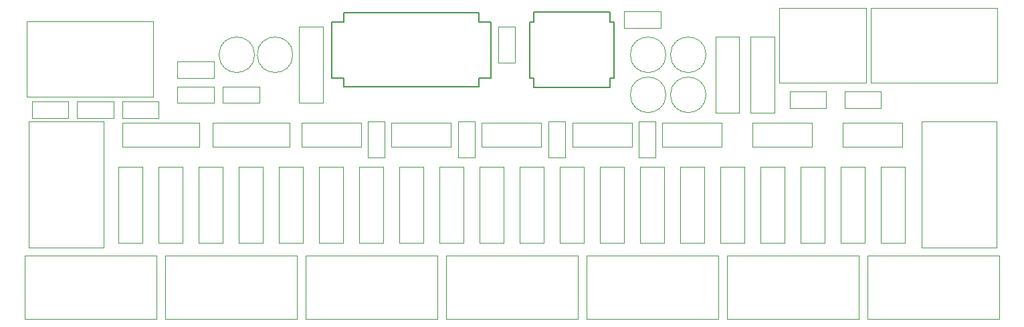
<source format=gbr>
G04 #@! TF.GenerationSoftware,KiCad,Pcbnew,(5.1.2)-2*
G04 #@! TF.CreationDate,2019-10-23T19:57:54-03:00*
G04 #@! TF.ProjectId,Mix_pre_tonal,4d69785f-7072-4655-9f74-6f6e616c2e6b,rev?*
G04 #@! TF.SameCoordinates,Original*
G04 #@! TF.FileFunction,Other,User*
%FSLAX46Y46*%
G04 Gerber Fmt 4.6, Leading zero omitted, Abs format (unit mm)*
G04 Created by KiCad (PCBNEW (5.1.2)-2) date 2019-10-23 19:57:54*
%MOMM*%
%LPD*%
G04 APERTURE LIST*
%ADD10C,0.050000*%
%ADD11C,0.152400*%
G04 APERTURE END LIST*
D10*
X122380000Y-121920000D02*
G75*
G03X122380000Y-121920000I-2250000J0D01*
G01*
X122380000Y-116840000D02*
G75*
G03X122380000Y-116840000I-2250000J0D01*
G01*
X127460000Y-121920000D02*
G75*
G03X127460000Y-121920000I-2250000J0D01*
G01*
X75160000Y-116840000D02*
G75*
G03X75160000Y-116840000I-2250000J0D01*
G01*
X70310000Y-116840000D02*
G75*
G03X70310000Y-116840000I-2250000J0D01*
G01*
X127460000Y-116840000D02*
G75*
G03X127460000Y-116840000I-2250000J0D01*
G01*
X164592000Y-150368000D02*
X164592000Y-142340000D01*
X147890000Y-150368000D02*
X147880000Y-142340000D01*
X147890000Y-150368000D02*
X164592000Y-150368000D01*
X164592000Y-142340000D02*
X147880000Y-142340000D01*
X146812000Y-150368000D02*
X146812000Y-142340000D01*
X130110000Y-150368000D02*
X130100000Y-142340000D01*
X130110000Y-150368000D02*
X146812000Y-150368000D01*
X146812000Y-142340000D02*
X130100000Y-142340000D01*
X129032000Y-150368000D02*
X129032000Y-142340000D01*
X112330000Y-150368000D02*
X112320000Y-142340000D01*
X112330000Y-150368000D02*
X129032000Y-150368000D01*
X129032000Y-142340000D02*
X112320000Y-142340000D01*
X93472000Y-150368000D02*
X93472000Y-142340000D01*
X76770000Y-150368000D02*
X76760000Y-142340000D01*
X76770000Y-150368000D02*
X93472000Y-150368000D01*
X93472000Y-142340000D02*
X76760000Y-142340000D01*
X75692000Y-150368000D02*
X75692000Y-142340000D01*
X58990000Y-150368000D02*
X58980000Y-142340000D01*
X58990000Y-150368000D02*
X75692000Y-150368000D01*
X75692000Y-142340000D02*
X58980000Y-142340000D01*
X57912000Y-150368000D02*
X57912000Y-142340000D01*
X41210000Y-150368000D02*
X41200000Y-142340000D01*
X41210000Y-150368000D02*
X57912000Y-150368000D01*
X57912000Y-142340000D02*
X41200000Y-142340000D01*
X111252000Y-150368000D02*
X111252000Y-142340000D01*
X94550000Y-150368000D02*
X94540000Y-142340000D01*
X94550000Y-150368000D02*
X111252000Y-150368000D01*
X111252000Y-142340000D02*
X94540000Y-142340000D01*
D11*
X105664000Y-119761000D02*
X105664000Y-120954800D01*
X105156000Y-119761000D02*
X105664000Y-119761000D01*
X105156000Y-112649000D02*
X105156000Y-119761000D01*
X105664000Y-112649000D02*
X105156000Y-112649000D01*
X105664000Y-111455200D02*
X105664000Y-112649000D01*
X115316000Y-111455200D02*
X105664000Y-111455200D01*
X115316000Y-112649000D02*
X115316000Y-111455200D01*
X115824000Y-112649000D02*
X115316000Y-112649000D01*
X115824000Y-119761000D02*
X115824000Y-112649000D01*
X115316000Y-119761000D02*
X115824000Y-119761000D01*
X115316000Y-120954800D02*
X115316000Y-119761000D01*
X105664000Y-120954800D02*
X115316000Y-120954800D01*
X81648300Y-119761000D02*
X81648300Y-120916700D01*
X80073500Y-119761000D02*
X81648300Y-119761000D01*
X80073500Y-112649000D02*
X80073500Y-119761000D01*
X81648300Y-112649000D02*
X80073500Y-112649000D01*
X81648300Y-111493300D02*
X81648300Y-112649000D01*
X98691700Y-111493300D02*
X81648300Y-111493300D01*
X98691700Y-112649000D02*
X98691700Y-111493300D01*
X100266500Y-112649000D02*
X98691700Y-112649000D01*
X100266500Y-119761000D02*
X100266500Y-112649000D01*
X98691700Y-119761000D02*
X100266500Y-119761000D01*
X98691700Y-120916700D02*
X98691700Y-119761000D01*
X81648300Y-120916700D02*
X98691700Y-120916700D01*
D10*
X108990000Y-131030000D02*
X108990000Y-140750000D01*
X111990000Y-131030000D02*
X108990000Y-131030000D01*
X111990000Y-140750000D02*
X111990000Y-131030000D01*
X108990000Y-140750000D02*
X111990000Y-140750000D01*
X133120000Y-114520000D02*
X133120000Y-124240000D01*
X136120000Y-114520000D02*
X133120000Y-114520000D01*
X136120000Y-124240000D02*
X136120000Y-114520000D01*
X133120000Y-124240000D02*
X136120000Y-124240000D01*
X131675000Y-124240000D02*
X131675000Y-114520000D01*
X128675000Y-124240000D02*
X131675000Y-124240000D01*
X128675000Y-114520000D02*
X128675000Y-124240000D01*
X131675000Y-114520000D02*
X128675000Y-114520000D01*
X73430000Y-131030000D02*
X73430000Y-140750000D01*
X76430000Y-131030000D02*
X73430000Y-131030000D01*
X76430000Y-140750000D02*
X76430000Y-131030000D01*
X73430000Y-140750000D02*
X76430000Y-140750000D01*
X147550000Y-140750000D02*
X147550000Y-131030000D01*
X144550000Y-140750000D02*
X147550000Y-140750000D01*
X144550000Y-131030000D02*
X144550000Y-140750000D01*
X147550000Y-131030000D02*
X144550000Y-131030000D01*
X129310000Y-131030000D02*
X129310000Y-140750000D01*
X132310000Y-131030000D02*
X129310000Y-131030000D01*
X132310000Y-140750000D02*
X132310000Y-131030000D01*
X129310000Y-140750000D02*
X132310000Y-140750000D01*
X139470000Y-131030000D02*
X139470000Y-140750000D01*
X142470000Y-131030000D02*
X139470000Y-131030000D01*
X142470000Y-140750000D02*
X142470000Y-131030000D01*
X139470000Y-140750000D02*
X142470000Y-140750000D01*
X134390000Y-131030000D02*
X134390000Y-140750000D01*
X137390000Y-131030000D02*
X134390000Y-131030000D01*
X137390000Y-140750000D02*
X137390000Y-131030000D01*
X134390000Y-140750000D02*
X137390000Y-140750000D01*
X124230000Y-131030000D02*
X124230000Y-140750000D01*
X127230000Y-131030000D02*
X124230000Y-131030000D01*
X127230000Y-140750000D02*
X127230000Y-131030000D01*
X124230000Y-140750000D02*
X127230000Y-140750000D01*
X98830000Y-131030000D02*
X98830000Y-140750000D01*
X101830000Y-131030000D02*
X98830000Y-131030000D01*
X101830000Y-140750000D02*
X101830000Y-131030000D01*
X98830000Y-140750000D02*
X101830000Y-140750000D01*
X88670000Y-131030000D02*
X88670000Y-140750000D01*
X91670000Y-131030000D02*
X88670000Y-131030000D01*
X91670000Y-140750000D02*
X91670000Y-131030000D01*
X88670000Y-140750000D02*
X91670000Y-140750000D01*
X114070000Y-131030000D02*
X114070000Y-140750000D01*
X117070000Y-131030000D02*
X114070000Y-131030000D01*
X117070000Y-140750000D02*
X117070000Y-131030000D01*
X114070000Y-140750000D02*
X117070000Y-140750000D01*
X103910000Y-131030000D02*
X103910000Y-140750000D01*
X106910000Y-131030000D02*
X103910000Y-131030000D01*
X106910000Y-140750000D02*
X106910000Y-131030000D01*
X103910000Y-140750000D02*
X106910000Y-140750000D01*
X78970000Y-122970000D02*
X78970000Y-113250000D01*
X75970000Y-122970000D02*
X78970000Y-122970000D01*
X75970000Y-113250000D02*
X75970000Y-122970000D01*
X78970000Y-113250000D02*
X75970000Y-113250000D01*
X53110000Y-131030000D02*
X53110000Y-140750000D01*
X56110000Y-131030000D02*
X53110000Y-131030000D01*
X56110000Y-140750000D02*
X56110000Y-131030000D01*
X53110000Y-140750000D02*
X56110000Y-140750000D01*
X83590000Y-131030000D02*
X83590000Y-140750000D01*
X86590000Y-131030000D02*
X83590000Y-131030000D01*
X86590000Y-140750000D02*
X86590000Y-131030000D01*
X83590000Y-140750000D02*
X86590000Y-140750000D01*
X53560000Y-128500000D02*
X63280000Y-128500000D01*
X53560000Y-125500000D02*
X53560000Y-128500000D01*
X63280000Y-125500000D02*
X53560000Y-125500000D01*
X63280000Y-128500000D02*
X63280000Y-125500000D01*
X66270000Y-140750000D02*
X66270000Y-131030000D01*
X63270000Y-140750000D02*
X66270000Y-140750000D01*
X63270000Y-131030000D02*
X63270000Y-140750000D01*
X66270000Y-131030000D02*
X63270000Y-131030000D01*
X119150000Y-131030000D02*
X119150000Y-140750000D01*
X122150000Y-131030000D02*
X119150000Y-131030000D01*
X122150000Y-140750000D02*
X122150000Y-131030000D01*
X119150000Y-140750000D02*
X122150000Y-140750000D01*
X149630000Y-131030000D02*
X149630000Y-140750000D01*
X152630000Y-131030000D02*
X149630000Y-131030000D01*
X152630000Y-140750000D02*
X152630000Y-131030000D01*
X149630000Y-140750000D02*
X152630000Y-140750000D01*
X74710000Y-125500000D02*
X64990000Y-125500000D01*
X74710000Y-128500000D02*
X74710000Y-125500000D01*
X64990000Y-128500000D02*
X74710000Y-128500000D01*
X64990000Y-125500000D02*
X64990000Y-128500000D01*
X58190000Y-131030000D02*
X58190000Y-140750000D01*
X61190000Y-131030000D02*
X58190000Y-131030000D01*
X61190000Y-140750000D02*
X61190000Y-131030000D01*
X58190000Y-140750000D02*
X61190000Y-140750000D01*
X78510000Y-131030000D02*
X78510000Y-140750000D01*
X81510000Y-131030000D02*
X78510000Y-131030000D01*
X81510000Y-140750000D02*
X81510000Y-131030000D01*
X78510000Y-140750000D02*
X81510000Y-140750000D01*
X68350000Y-131030000D02*
X68350000Y-140750000D01*
X71350000Y-131030000D02*
X68350000Y-131030000D01*
X71350000Y-140750000D02*
X71350000Y-131030000D01*
X68350000Y-140750000D02*
X71350000Y-140750000D01*
X136700000Y-120405000D02*
X147700000Y-120405000D01*
X136700000Y-110905000D02*
X136700000Y-120405000D01*
X147700000Y-110905000D02*
X136700000Y-110905000D01*
X147700000Y-120405000D02*
X147700000Y-110905000D01*
X148290000Y-120405000D02*
X164290000Y-120405000D01*
X148290000Y-110905000D02*
X148290000Y-120405000D01*
X164290000Y-110905000D02*
X148290000Y-110905000D01*
X164290000Y-120405000D02*
X164290000Y-110905000D01*
X164220000Y-141270000D02*
X164220000Y-125270000D01*
X154720000Y-141270000D02*
X164220000Y-141270000D01*
X154720000Y-125270000D02*
X154720000Y-141270000D01*
X164220000Y-125270000D02*
X154720000Y-125270000D01*
X57450000Y-112640000D02*
X41450000Y-112640000D01*
X57450000Y-122140000D02*
X57450000Y-112640000D01*
X41450000Y-122140000D02*
X57450000Y-122140000D01*
X41450000Y-112640000D02*
X41450000Y-122140000D01*
X51190000Y-141270000D02*
X51190000Y-125270000D01*
X41690000Y-141270000D02*
X51190000Y-141270000D01*
X41690000Y-125270000D02*
X41690000Y-141270000D01*
X51190000Y-125270000D02*
X41690000Y-125270000D01*
X86775000Y-129915000D02*
X86775000Y-125315000D01*
X84675000Y-129915000D02*
X86775000Y-129915000D01*
X84675000Y-125315000D02*
X84675000Y-129915000D01*
X86775000Y-125315000D02*
X84675000Y-125315000D01*
X142655000Y-121505000D02*
X138055000Y-121505000D01*
X142655000Y-123605000D02*
X142655000Y-121505000D01*
X138055000Y-123605000D02*
X142655000Y-123605000D01*
X138055000Y-121505000D02*
X138055000Y-123605000D01*
X121700000Y-111345000D02*
X117100000Y-111345000D01*
X121700000Y-113445000D02*
X121700000Y-111345000D01*
X117100000Y-113445000D02*
X121700000Y-113445000D01*
X117100000Y-111345000D02*
X117100000Y-113445000D01*
X76300000Y-128500000D02*
X83800000Y-128500000D01*
X76300000Y-125500000D02*
X76300000Y-128500000D01*
X83800000Y-125500000D02*
X76300000Y-125500000D01*
X83800000Y-128500000D02*
X83800000Y-125500000D01*
X129440000Y-125500000D02*
X121940000Y-125500000D01*
X129440000Y-128500000D02*
X129440000Y-125500000D01*
X121940000Y-128500000D02*
X129440000Y-128500000D01*
X121940000Y-125500000D02*
X121940000Y-128500000D01*
X133370000Y-128500000D02*
X140870000Y-128500000D01*
X133370000Y-125500000D02*
X133370000Y-128500000D01*
X140870000Y-125500000D02*
X133370000Y-125500000D01*
X140870000Y-128500000D02*
X140870000Y-125500000D01*
X87650000Y-128500000D02*
X95150000Y-128500000D01*
X87650000Y-125500000D02*
X87650000Y-128500000D01*
X95150000Y-125500000D02*
X87650000Y-125500000D01*
X95150000Y-128500000D02*
X95150000Y-125500000D01*
X144800000Y-128500000D02*
X152300000Y-128500000D01*
X144800000Y-125500000D02*
X144800000Y-128500000D01*
X152300000Y-125500000D02*
X144800000Y-125500000D01*
X152300000Y-128500000D02*
X152300000Y-125500000D01*
X109635000Y-129915000D02*
X109635000Y-125315000D01*
X107535000Y-129915000D02*
X109635000Y-129915000D01*
X107535000Y-125315000D02*
X107535000Y-129915000D01*
X109635000Y-125315000D02*
X107535000Y-125315000D01*
X98205000Y-129915000D02*
X98205000Y-125315000D01*
X96105000Y-129915000D02*
X98205000Y-129915000D01*
X96105000Y-125315000D02*
X96105000Y-129915000D01*
X98205000Y-125315000D02*
X96105000Y-125315000D01*
X66300000Y-122970000D02*
X70900000Y-122970000D01*
X66300000Y-120870000D02*
X66300000Y-122970000D01*
X70900000Y-120870000D02*
X66300000Y-120870000D01*
X70900000Y-122970000D02*
X70900000Y-120870000D01*
X118090000Y-125500000D02*
X110590000Y-125500000D01*
X118090000Y-128500000D02*
X118090000Y-125500000D01*
X110590000Y-128500000D02*
X118090000Y-128500000D01*
X110590000Y-125500000D02*
X110590000Y-128500000D01*
X106580000Y-125500000D02*
X99080000Y-125500000D01*
X106580000Y-128500000D02*
X106580000Y-125500000D01*
X99080000Y-128500000D02*
X106580000Y-128500000D01*
X99080000Y-125500000D02*
X99080000Y-128500000D01*
X65145000Y-120870000D02*
X60545000Y-120870000D01*
X65145000Y-122970000D02*
X65145000Y-120870000D01*
X60545000Y-122970000D02*
X65145000Y-122970000D01*
X60545000Y-120870000D02*
X60545000Y-122970000D01*
X60545000Y-119795000D02*
X65145000Y-119795000D01*
X60545000Y-117695000D02*
X60545000Y-119795000D01*
X65145000Y-117695000D02*
X60545000Y-117695000D01*
X65145000Y-119795000D02*
X65145000Y-117695000D01*
X149600000Y-121505000D02*
X145000000Y-121505000D01*
X149600000Y-123605000D02*
X149600000Y-121505000D01*
X145000000Y-123605000D02*
X149600000Y-123605000D01*
X145000000Y-121505000D02*
X145000000Y-123605000D01*
X58160000Y-122775000D02*
X53560000Y-122775000D01*
X58160000Y-124875000D02*
X58160000Y-122775000D01*
X53560000Y-124875000D02*
X58160000Y-124875000D01*
X53560000Y-122775000D02*
X53560000Y-124875000D01*
X103285000Y-117850000D02*
X103285000Y-113250000D01*
X101185000Y-117850000D02*
X103285000Y-117850000D01*
X101185000Y-113250000D02*
X101185000Y-117850000D01*
X103285000Y-113250000D02*
X101185000Y-113250000D01*
X121065000Y-129915000D02*
X121065000Y-125315000D01*
X118965000Y-129915000D02*
X121065000Y-129915000D01*
X118965000Y-125315000D02*
X118965000Y-129915000D01*
X121065000Y-125315000D02*
X118965000Y-125315000D01*
X42130000Y-124875000D02*
X46730000Y-124875000D01*
X42130000Y-122775000D02*
X42130000Y-124875000D01*
X46730000Y-122775000D02*
X42130000Y-122775000D01*
X46730000Y-124875000D02*
X46730000Y-122775000D01*
X47845000Y-124875000D02*
X52445000Y-124875000D01*
X47845000Y-122775000D02*
X47845000Y-124875000D01*
X52445000Y-122775000D02*
X47845000Y-122775000D01*
X52445000Y-124875000D02*
X52445000Y-122775000D01*
X93750000Y-140750000D02*
X96750000Y-140750000D01*
X96750000Y-140750000D02*
X96750000Y-131030000D01*
X96750000Y-131030000D02*
X93750000Y-131030000D01*
X93750000Y-131030000D02*
X93750000Y-140750000D01*
M02*

</source>
